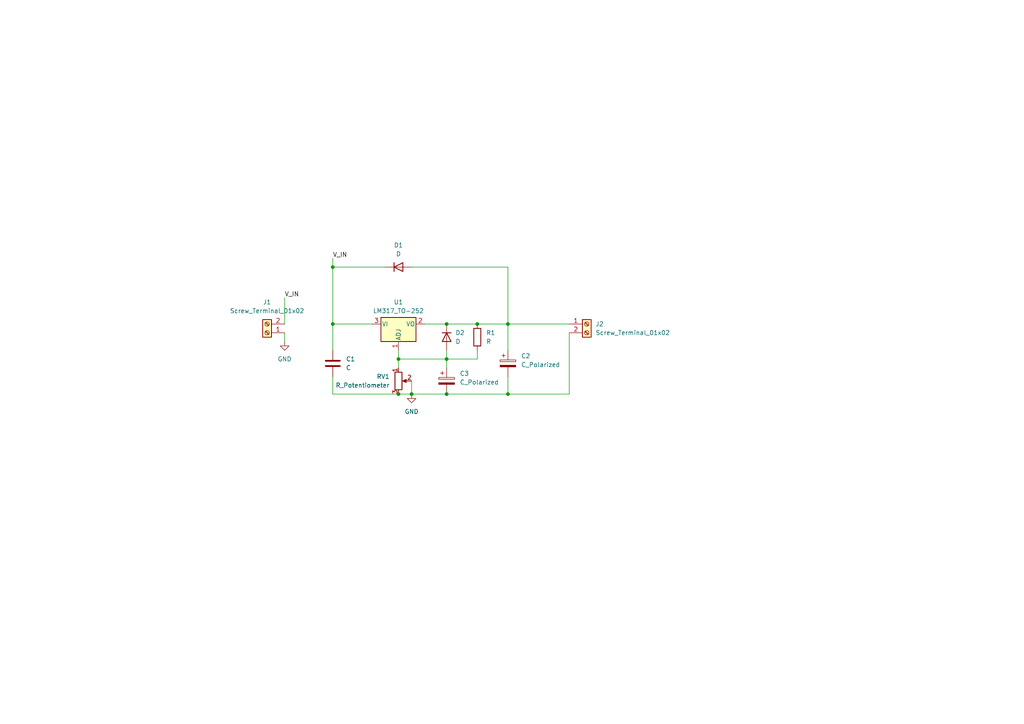
<source format=kicad_sch>
(kicad_sch (version 20230121) (generator eeschema)
  (paper "A4")
  (title_block (title "Circuito Regulador") (date "2024-02-19") (rev "V2"))
  (lib_symbols
    (symbol "Connector:Screw_Terminal_01x02" (pin_names (offset 1.016) hide)
      (property "Reference" "J" (at 0 2.54 0))
      (property "Value" "Screw_Terminal_01x02" (at 0 -5.08 0))
      (symbol "Screw_Terminal_01x02_1_1"
        (rectangle (start -1.27 1.27) (end 1.27 -3.81) (stroke (width 0.254)) (fill (type background)))
        (circle (center 0 -2.54) (radius 0.635) (stroke (width 0.1524)))
        (polyline (pts (xy -0.5334 -2.2098) (xy 0.3302 -3.048)) (stroke (width 0.1524)))
        (polyline (pts (xy -0.5334 0.3302) (xy 0.3302 -0.508)) (stroke (width 0.1524)))
        (polyline (pts (xy -0.3556 -2.032) (xy 0.508 -2.8702)) (stroke (width 0.1524)))
        (polyline (pts (xy -0.3556 0.508) (xy 0.508 -0.3302)) (stroke (width 0.1524)))
        (circle (center 0 0) (radius 0.635) (stroke (width 0.1524)))
        (pin passive line (at -5.08 0 0) (length 3.81) (name "Pin_1") (number "1"))
        (pin passive line (at -5.08 -2.54 0) (length 3.81) (name "Pin_2") (number "2"))
      )
    )
    (symbol "Device:C" (pin_numbers hide) (pin_names (offset 0.254))
      (property "Reference" "C" (at 0.635 2.54 0))
      (property "Value" "C" (at 0.635 -2.54 0))
      (symbol "C_0_1"
        (polyline (pts (xy -2.032 -0.762) (xy 2.032 -0.762)) (stroke (width 0.508)))
        (polyline (pts (xy -2.032 0.762) (xy 2.032 0.762)) (stroke (width 0.508)))
      )
      (symbol "C_1_1"
        (pin passive line (at 0 3.81 270) (length 2.794) (name "~") (number "1"))
        (pin passive line (at 0 -3.81 90) (length 2.794) (name "~") (number "2"))
      )
    )
    (symbol "Device:C_Polarized" (pin_numbers hide) (pin_names (offset 0.254))
      (property "Reference" "C" (at 0.635 2.54 0))
      (property "Value" "C_Polarized" (at 0.635 -2.54 0))
      (symbol "C_Polarized_0_1"
        (rectangle (start -2.286 0.508) (end 2.286 1.016))
        (polyline (pts (xy -1.778 2.286) (xy -0.762 2.286)))
        (polyline (pts (xy -1.27 2.794) (xy -1.27 1.778)))
        (rectangle (start 2.286 -0.508) (end -2.286 -1.016) (fill (type outline)))
      )
      (symbol "C_Polarized_1_1"
        (pin passive line (at 0 3.81 270) (length 2.794) (name "~") (number "1"))
        (pin passive line (at 0 -3.81 90) (length 2.794) (name "~") (number "2"))
      )
    )
    (symbol "Device:D" (pin_numbers hide) (pin_names (offset 1.016) hide)
      (property "Reference" "D" (at 0 2.54 0))
      (property "Value" "D" (at 0 -2.54 0))
      (symbol "D_0_1"
        (polyline (pts (xy -1.27 1.27) (xy -1.27 -1.27)) (stroke (width 0.254)))
        (polyline (pts (xy 1.27 0) (xy -1.27 0)))
        (polyline (pts (xy 1.27 1.27) (xy 1.27 -1.27) (xy -1.27 0) (xy 1.27 1.27)) (stroke (width 0.254)))
      )
      (symbol "D_1_1"
        (pin passive line (at -3.81 0 0) (length 2.54) (name "K") (number "1"))
        (pin passive line (at 3.81 0 180) (length 2.54) (name "A") (number "2"))
      )
    )
    (symbol "Device:R" (pin_numbers hide) (pin_names (offset 0))
      (property "Reference" "R" (at 2.032 0 90))
      (property "Value" "R" (at 0 0 90))
      (symbol "R_0_1"
        (rectangle (start -1.016 -2.54) (end 1.016 2.54) (stroke (width 0.254)))
      )
      (symbol "R_1_1"
        (pin passive line (at 0 3.81 270) (length 1.27) (name "~") (number "1"))
        (pin passive line (at 0 -3.81 90) (length 1.27) (name "~") (number "2"))
      )
    )
    (symbol "Device:R_Potentiometer" (pin_names (offset 1.016) hide)
      (property "Reference" "RV" (at -4.445 0 90))
      (property "Value" "R_Potentiometer" (at -2.54 0 90))
      (symbol "R_Potentiometer_0_1"
        (polyline (pts (xy 2.54 0) (xy 1.524 0)))
        (polyline (pts (xy 1.143 0) (xy 2.286 0.508) (xy 2.286 -0.508) (xy 1.143 0)) (fill (type outline)))
        (rectangle (start 1.016 2.54) (end -1.016 -2.54) (stroke (width 0.254)))
      )
      (symbol "R_Potentiometer_1_1"
        (pin passive line (at 0 3.81 270) (length 1.27) (name "1") (number "1"))
        (pin passive line (at 3.81 0 180) (length 1.27) (name "2") (number "2"))
        (pin passive line (at 0 -3.81 90) (length 1.27) (name "3") (number "3"))
      )
    )
    (symbol "Regulator_Linear:LM317_TO-252" (pin_names (offset 0.254))
      (property "Reference" "U" (at -3.81 3.175 0))
      (property "Value" "LM317_TO-252" (at 0 3.175 0))
      (symbol "LM317_TO-252_0_1"
        (rectangle (start -5.08 1.905) (end 5.08 -5.08) (stroke (width 0.254)) (fill (type background)))
      )
      (symbol "LM317_TO-252_1_1"
        (pin input line (at 0 -7.62 90) (length 2.54) (name "ADJ") (number "1"))
        (pin power_out line (at 7.62 0 180) (length 2.54) (name "VO") (number "2"))
        (pin power_in line (at -7.62 0 0) (length 2.54) (name "VI") (number "3"))
      )
    )
    (symbol "power:GND" (power) (pin_names (offset 0))
      (property "Value" "GND" (at 0 -3.81 0))
      (symbol "GND_0_1"
        (polyline (pts (xy 0 0) (xy 0 -1.27) (xy 1.27 -1.27) (xy 0 -2.54) (xy -1.27 -1.27) (xy 0 -1.27)))
      )
      (symbol "GND_1_1"
        (pin power_in line (at 0 0 270) (length 0) hide (name "GND") (number "1"))
      )
    )
  )
  (junction (at 115.57 104.14))
  (junction (at 119.38 114.3))
  (junction (at 96.52 93.98))
  (junction (at 96.52 77.47))
  (junction (at 147.32 114.3))
  (junction (at 115.57 114.3))
  (junction (at 147.32 93.98))
  (junction (at 129.54 93.98))
  (junction (at 129.54 114.3))
  (junction (at 138.43 93.98))
  (junction (at 129.54 104.14))
  (wire (pts (xy 115.57 101.6) (xy 115.57 104.14)))
  (wire (pts (xy 147.32 93.98) (xy 147.32 101.6)))
  (wire (pts (xy 129.54 93.98) (xy 138.43 93.98)))
  (wire (pts (xy 147.32 109.22) (xy 147.32 114.3)))
  (wire (pts (xy 129.54 101.6) (xy 129.54 104.14)))
  (wire (pts (xy 119.38 114.3) (xy 129.54 114.3)))
  (wire (pts (xy 115.57 114.3) (xy 96.52 114.3)))
  (wire (pts (xy 119.38 110.49) (xy 119.38 114.3)))
  (wire (pts (xy 115.57 104.14) (xy 115.57 106.68)))
  (wire (pts (xy 129.54 104.14) (xy 129.54 106.68)))
  (wire (pts (xy 138.43 101.6) (xy 138.43 104.14)))
  (wire (pts (xy 119.38 77.47) (xy 147.32 77.47)))
  (wire (pts (xy 165.1 114.3) (xy 147.32 114.3)))
  (wire (pts (xy 123.19 93.98) (xy 129.54 93.98)))
  (wire (pts (xy 96.52 77.47) (xy 96.52 93.98)))
  (wire (pts (xy 138.43 93.98) (xy 147.32 93.98)))
  (wire (pts (xy 147.32 93.98) (xy 165.1 93.98)))
  (wire (pts (xy 96.52 74.93) (xy 96.52 77.47)))
  (wire (pts (xy 107.95 93.98) (xy 96.52 93.98)))
  (wire (pts (xy 147.32 77.47) (xy 147.32 93.98)))
  (wire (pts (xy 129.54 114.3) (xy 147.32 114.3)))
  (wire (pts (xy 82.55 96.52) (xy 82.55 99.06)))
  (wire (pts (xy 96.52 93.98) (xy 96.52 101.6)))
  (wire (pts (xy 96.52 109.22) (xy 96.52 114.3)))
  (wire (pts (xy 165.1 96.52) (xy 165.1 114.3)))
  (wire (pts (xy 115.57 114.3) (xy 119.38 114.3)))
  (wire (pts (xy 82.55 86.36) (xy 82.55 93.98)))
  (wire (pts (xy 138.43 104.14) (xy 129.54 104.14)))
  (wire (pts (xy 115.57 104.14) (xy 129.54 104.14)))
  (wire (pts (xy 111.76 77.47) (xy 96.52 77.47)))
  (label "V_IN" (at 96.52 74.93 0))
  (label "V_IN" (at 82.55 86.36 0))
  (symbol (lib_id "Device:C_Polarized") (at 129.54 110.49 0) (unit 1)
    (property "Reference" "C3" (at 133.35 108.331 0) (effects (justify left)))
    (property "Value" "C_Polarized" (at 133.35 110.871 0) (effects (justify left)))
  )
  (symbol (lib_id "Connector:Screw_Terminal_01x02") (at 77.47 96.52 180) (unit 1)
    (property "Reference" "J1" (at 77.47 87.63 0))
    (property "Value" "Screw_Terminal_01x02" (at 77.47 90.17 0))
  )
  (symbol (lib_id "Device:D") (at 129.54 97.79 270) (unit 1)
    (property "Reference" "D2" (at 132.08 96.52 90) (effects (justify left)))
    (property "Value" "D" (at 132.08 99.06 90) (effects (justify left)))
    (property "Sim.Device" "D" (effects hide))
    (property "Sim.Pins" "1=K 2=A" (effects hide))
  )
  (symbol (lib_id "power:GND") (at 119.38 114.3 0) (unit 1)
    (property "Reference" "#PWR01" (effects hide))
    (property "Value" "GND" (at 119.38 119.38 0))
  )
  (symbol (lib_id "power:GND") (at 82.55 99.06 0) (unit 1)
    (property "Reference" "#PWR02" (effects hide))
    (property "Value" "GND" (at 82.55 104.14 0))
  )
  (symbol (lib_id "Device:D") (at 115.57 77.47 0) (unit 1)
    (property "Reference" "D1" (at 115.57 71.12 0))
    (property "Value" "D" (at 115.57 73.66 0))
    (property "Sim.Device" "D" (effects hide))
    (property "Sim.Pins" "1=K 2=A" (effects hide))
  )
  (symbol (lib_id "Regulator_Linear:LM317_TO-252") (at 115.57 93.98 0) (unit 1)
    (property "Reference" "U1" (at 115.57 87.63 0))
    (property "Value" "LM317_TO-252" (at 115.57 90.17 0))
    (property "Footprint" "Package_TO_SOT_SMD:TO-252-2" (effects hide))
    (property "Datasheet" "http://www.ti.com/lit/ds/snvs774n/snvs774n.pdf" (effects hide))
  )
  (symbol (lib_id "Connector:Screw_Terminal_01x02") (at 170.18 93.98 0) (unit 1)
    (property "Reference" "J2" (at 172.72 93.98 0) (effects (justify left)))
    (property "Value" "Screw_Terminal_01x02" (at 172.72 96.52 0) (effects (justify left)))
  )
  (symbol (lib_id "Device:C") (at 96.52 105.41 0) (unit 1)
    (property "Reference" "C1" (at 100.33 104.14 0) (effects (justify left)))
    (property "Value" "C" (at 100.33 106.68 0) (effects (justify left)))
  )
  (symbol (lib_id "Device:C_Polarized") (at 147.32 105.41 0) (unit 1)
    (property "Reference" "C2" (at 151.13 103.251 0) (effects (justify left)))
    (property "Value" "C_Polarized" (at 151.13 105.791 0) (effects (justify left)))
  )
  (symbol (lib_id "Device:R") (at 138.43 97.79 0) (unit 1)
    (property "Reference" "R1" (at 140.97 96.52 0) (effects (justify left)))
    (property "Value" "R" (at 140.97 99.06 0) (effects (justify left)))
  )
  (symbol (lib_id "Device:R_Potentiometer") (at 115.57 110.49 0) (unit 1)
    (property "Reference" "RV1" (at 113.03 109.22 0) (effects (justify right)))
    (property "Value" "R_Potentiometer" (at 113.03 111.76 0) (effects (justify right)))
    (property "Footprint" "Potentiometer_THT:Potentiometer_Bourns_3296W_Vertical" (effects hide))
  )
)
</source>
